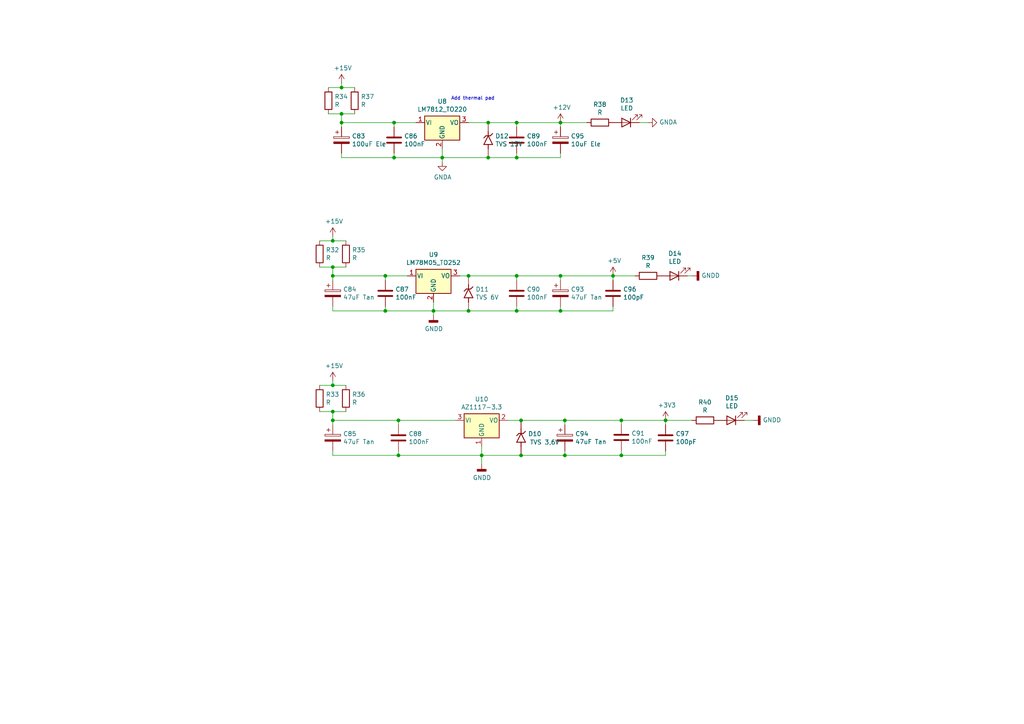
<source format=kicad_sch>
(kicad_sch (version 20211123) (generator eeschema)
  (paper "A4")
  (lib_symbols
    (symbol "Device:C" (pin_numbers hide) (pin_names (offset 0.254))
      (property "Reference" "C" (at 0.635 2.54 0))
      (property "Value" "C" (at 0.635 -2.54 0))
      (symbol "C_0_1"
        (polyline (pts (xy -2.032 -0.762) (xy 2.032 -0.762)) (stroke (width 0.508)))
        (polyline (pts (xy -2.032 0.762) (xy 2.032 0.762)) (stroke (width 0.508)))
      )
      (symbol "C_1_1"
        (pin passive line (at 0 3.81 270) (length 2.794) (name "~") (number "1"))
        (pin passive line (at 0 -3.81 90) (length 2.794) (name "~") (number "2"))
      )
    )
    (symbol "Device:CP" (pin_numbers hide) (pin_names (offset 0.254))
      (property "Reference" "C" (at 0.635 2.54 0))
      (property "Value" "Device_CP" (at 0.635 -2.54 0))
      (symbol "CP_0_1"
        (rectangle (start -2.286 0.508) (end 2.286 1.016))
        (polyline (pts (xy -1.778 2.286) (xy -0.762 2.286)))
        (polyline (pts (xy -1.27 2.794) (xy -1.27 1.778)))
        (rectangle (start 2.286 -0.508) (end -2.286 -1.016) (fill (type outline)))
      )
      (symbol "CP_1_1"
        (pin passive line (at 0 3.81 270) (length 2.794) (name "~") (number "1"))
        (pin passive line (at 0 -3.81 90) (length 2.794) (name "~") (number "2"))
      )
    )
    (symbol "Device:LED" (pin_numbers hide) (pin_names (offset 1.016) hide)
      (property "Reference" "D" (at 0 2.54 0))
      (property "Value" "LED" (at 0 -2.54 0))
      (symbol "LED_0_1"
        (polyline (pts (xy -1.27 -1.27) (xy -1.27 1.27)) (stroke (width 0.254)))
        (polyline (pts (xy -1.27 0) (xy 1.27 0)))
        (polyline (pts (xy 1.27 -1.27) (xy 1.27 1.27) (xy -1.27 0) (xy 1.27 -1.27)) (stroke (width 0.254)))
        (polyline (pts (xy -3.048 -0.762) (xy -4.572 -2.286) (xy -3.81 -2.286) (xy -4.572 -2.286) (xy -4.572 -1.524)))
        (polyline (pts (xy -1.778 -0.762) (xy -3.302 -2.286) (xy -2.54 -2.286) (xy -3.302 -2.286) (xy -3.302 -1.524)))
      )
      (symbol "LED_1_1"
        (pin passive line (at -3.81 0 0) (length 2.54) (name "K") (number "1"))
        (pin passive line (at 3.81 0 180) (length 2.54) (name "A") (number "2"))
      )
    )
    (symbol "Device:R" (pin_numbers hide) (pin_names (offset 0))
      (property "Reference" "R" (at 2.032 0 90))
      (property "Value" "R" (at 0 0 90))
      (symbol "R_0_1"
        (rectangle (start -1.016 -2.54) (end 1.016 2.54) (stroke (width 0.254)))
      )
      (symbol "R_1_1"
        (pin passive line (at 0 3.81 270) (length 1.27) (name "~") (number "1"))
        (pin passive line (at 0 -3.81 90) (length 1.27) (name "~") (number "2"))
      )
    )
    (symbol "Regulator_Linear:AZ1117-3.3" (pin_names (offset 0.254))
      (property "Reference" "U" (at -3.81 3.175 0))
      (property "Value" "AZ1117-3.3" (at 0 3.175 0))
      (symbol "AZ1117-3.3_0_1"
        (rectangle (start -5.08 1.905) (end 5.08 -5.08) (stroke (width 0.254)) (fill (type background)))
      )
      (symbol "AZ1117-3.3_1_1"
        (pin power_in line (at 0 -7.62 90) (length 2.54) (name "GND") (number "1"))
        (pin power_out line (at 7.62 0 180) (length 2.54) (name "VO") (number "2"))
        (pin power_in line (at -7.62 0 0) (length 2.54) (name "VI") (number "3"))
      )
    )
    (symbol "Regulator_Linear:LM7812_TO220" (pin_names (offset 0.254))
      (property "Reference" "U" (at -3.81 3.175 0))
      (property "Value" "LM7812_TO220" (at 0 3.175 0))
      (symbol "LM7812_TO220_0_1"
        (rectangle (start -5.08 1.905) (end 5.08 -5.08) (stroke (width 0.254)) (fill (type background)))
      )
      (symbol "LM7812_TO220_1_1"
        (pin power_in line (at -7.62 0 0) (length 2.54) (name "VI") (number "1"))
        (pin power_in line (at 0 -7.62 90) (length 2.54) (name "GND") (number "2"))
        (pin power_out line (at 7.62 0 180) (length 2.54) (name "VO") (number "3"))
      )
    )
    (symbol "Regulator_Linear:LM78M05_TO252" (pin_names (offset 0.254))
      (property "Reference" "U" (at -3.81 3.175 0))
      (property "Value" "LM78M05_TO252" (at 0 3.175 0))
      (symbol "LM78M05_TO252_0_1"
        (rectangle (start -5.08 1.905) (end 5.08 -5.08) (stroke (width 0.254)) (fill (type background)))
      )
      (symbol "LM78M05_TO252_1_1"
        (pin power_in line (at -7.62 0 0) (length 2.54) (name "VI") (number "1"))
        (pin power_in line (at 0 -7.62 90) (length 2.54) (name "GND") (number "2"))
        (pin power_out line (at 7.62 0 180) (length 2.54) (name "VO") (number "3"))
      )
    )
    (symbol "lib_amplituner:1SMB5914BT3G" (pin_numbers hide) (pin_names (offset 1.016) hide)
      (property "Reference" "D" (at -5.08 2.54 0))
      (property "Value" "lib_amplituner_1SMB5914BT3G" (at -5.08 -3.81 0))
      (symbol "1SMB5914BT3G_0_0"
        (polyline (pts (xy -2.54 0) (xy -1.27 0)) (stroke (width 0.254)))
        (polyline (pts (xy -1.27 -1.27) (xy 1.27 0)) (stroke (width 0.254)))
        (polyline (pts (xy -1.27 0) (xy -1.27 -1.27)) (stroke (width 0.254)))
        (polyline (pts (xy -1.27 1.27) (xy -1.27 0)) (stroke (width 0.254)))
        (polyline (pts (xy 0.635 1.27) (xy 1.27 0.635)) (stroke (width 0.254)))
        (polyline (pts (xy 1.27 -0.635) (xy 1.905 -1.27)) (stroke (width 0.254)))
        (polyline (pts (xy 1.27 0) (xy -1.27 1.27)) (stroke (width 0.254)))
        (polyline (pts (xy 1.27 0) (xy 1.27 -0.635)) (stroke (width 0.254)))
        (polyline (pts (xy 1.27 0.635) (xy 1.27 0)) (stroke (width 0.254)))
        (polyline (pts (xy 2.54 0) (xy 1.27 0)) (stroke (width 0.254)))
        (pin passive line (at -5.08 0 0) (length 2.54) (name "~") (number "A"))
        (pin passive line (at 5.08 0 180) (length 2.54) (name "~") (number "C"))
      )
    )
    (symbol "power:+12V" (power) (pin_names (offset 0))
      (property "Value" "+12V" (at 0 3.556 0))
      (symbol "+12V_0_1"
        (polyline (pts (xy -0.762 1.27) (xy 0 2.54)))
        (polyline (pts (xy 0 0) (xy 0 2.54)))
        (polyline (pts (xy 0 2.54) (xy 0.762 1.27)))
      )
      (symbol "+12V_1_1"
        (pin power_in line (at 0 0 90) (length 0) hide (name "+12V") (number "1"))
      )
    )
    (symbol "power:+15V" (power) (pin_names (offset 0))
      (property "Value" "+15V" (at 0 3.556 0))
      (symbol "+15V_0_1"
        (polyline (pts (xy -0.762 1.27) (xy 0 2.54)))
        (polyline (pts (xy 0 0) (xy 0 2.54)))
        (polyline (pts (xy 0 2.54) (xy 0.762 1.27)))
      )
      (symbol "+15V_1_1"
        (pin power_in line (at 0 0 90) (length 0) hide (name "+15V") (number "1"))
      )
    )
    (symbol "power:+3V3" (power) (pin_names (offset 0))
      (property "Value" "+3V3" (at 0 3.556 0))
      (symbol "+3V3_0_1"
        (polyline (pts (xy -0.762 1.27) (xy 0 2.54)))
        (polyline (pts (xy 0 0) (xy 0 2.54)))
        (polyline (pts (xy 0 2.54) (xy 0.762 1.27)))
      )
      (symbol "+3V3_1_1"
        (pin power_in line (at 0 0 90) (length 0) hide (name "+3V3") (number "1"))
      )
    )
    (symbol "power:+5V" (power) (pin_names (offset 0))
      (property "Value" "+5V" (at 0 3.556 0))
      (symbol "+5V_0_1"
        (polyline (pts (xy -0.762 1.27) (xy 0 2.54)))
        (polyline (pts (xy 0 0) (xy 0 2.54)))
        (polyline (pts (xy 0 2.54) (xy 0.762 1.27)))
      )
      (symbol "+5V_1_1"
        (pin power_in line (at 0 0 90) (length 0) hide (name "+5V") (number "1"))
      )
    )
    (symbol "power:GNDA" (power) (pin_names (offset 0))
      (property "Value" "GNDA" (at 0 -3.81 0))
      (symbol "GNDA_0_1"
        (polyline (pts (xy 0 0) (xy 0 -1.27) (xy 1.27 -1.27) (xy 0 -2.54) (xy -1.27 -1.27) (xy 0 -1.27)))
      )
      (symbol "GNDA_1_1"
        (pin power_in line (at 0 0 270) (length 0) hide (name "GNDA") (number "1"))
      )
    )
    (symbol "power:GNDD" (power) (pin_names (offset 0))
      (property "Value" "GNDD" (at 0 -3.175 0))
      (symbol "GNDD_0_1"
        (rectangle (start -1.27 -1.524) (end 1.27 -2.032) (stroke (width 0.254)) (fill (type outline)))
        (polyline (pts (xy 0 0) (xy 0 -1.524)))
      )
      (symbol "GNDD_1_1"
        (pin power_in line (at 0 0 270) (length 0) hide (name "GNDD") (number "1"))
      )
    )
  )
  (junction (at 99.06 25.4))
  (junction (at 180.213 121.92))
  (junction (at 149.86 90.17))
  (junction (at 177.8 80.01))
  (junction (at 149.86 35.56))
  (junction (at 114.3 35.56))
  (junction (at 151.13 132.08))
  (junction (at 149.86 45.72))
  (junction (at 96.52 121.92))
  (junction (at 96.52 80.01))
  (junction (at 115.57 121.92))
  (junction (at 114.3 45.72))
  (junction (at 141.605 35.56))
  (junction (at 163.83 132.08))
  (junction (at 115.57 132.08))
  (junction (at 135.89 90.17))
  (junction (at 151.13 121.92))
  (junction (at 180.213 132.08))
  (junction (at 139.7 132.08))
  (junction (at 96.52 111.76))
  (junction (at 99.06 33.02))
  (junction (at 128.27 45.72))
  (junction (at 163.83 121.92))
  (junction (at 149.86 80.01))
  (junction (at 125.73 90.17))
  (junction (at 162.56 90.17))
  (junction (at 99.06 35.56))
  (junction (at 96.52 69.85))
  (junction (at 135.89 80.01))
  (junction (at 96.52 119.38))
  (junction (at 141.605 45.72))
  (junction (at 162.56 35.56))
  (junction (at 96.52 77.47))
  (junction (at 111.76 80.01))
  (junction (at 111.76 90.17))
  (junction (at 162.56 80.01))
  (junction (at 193.04 121.92))
  (wire (pts (xy 177.8 88.9) (xy 177.8 90.17)))
  (wire (pts (xy 151.13 132.08) (xy 139.7 132.08)))
  (wire (pts (xy 96.52 121.92) (xy 115.57 121.92)))
  (wire (pts (xy 149.86 35.56) (xy 162.56 35.56)))
  (wire (pts (xy 96.52 69.85) (xy 96.52 68.58)))
  (wire (pts (xy 163.83 121.92) (xy 180.213 121.92)))
  (wire (pts (xy 99.06 35.56) (xy 114.3 35.56)))
  (wire (pts (xy 177.8 80.01) (xy 184.15 80.01)))
  (wire (pts (xy 149.86 44.45) (xy 149.86 45.72)))
  (wire (pts (xy 162.56 90.17) (xy 162.56 88.9)))
  (wire (pts (xy 96.52 80.01) (xy 96.52 81.28)))
  (wire (pts (xy 133.35 80.01) (xy 135.89 80.01)))
  (wire (pts (xy 162.56 36.83) (xy 162.56 35.56)))
  (wire (pts (xy 96.52 80.01) (xy 111.76 80.01)))
  (wire (pts (xy 115.57 130.81) (xy 115.57 132.08)))
  (wire (pts (xy 149.86 90.17) (xy 162.56 90.17)))
  (wire (pts (xy 180.213 121.92) (xy 180.213 123.063)))
  (wire (pts (xy 163.83 123.19) (xy 163.83 121.92)))
  (wire (pts (xy 96.52 69.85) (xy 100.33 69.85)))
  (wire (pts (xy 128.27 45.72) (xy 141.605 45.72)))
  (wire (pts (xy 149.86 80.01) (xy 162.56 80.01)))
  (wire (pts (xy 149.86 81.28) (xy 149.86 80.01)))
  (wire (pts (xy 99.06 25.4) (xy 99.06 24.13)))
  (wire (pts (xy 162.56 90.17) (xy 177.8 90.17)))
  (wire (pts (xy 163.83 132.08) (xy 180.213 132.08)))
  (wire (pts (xy 96.52 111.76) (xy 96.52 110.49)))
  (wire (pts (xy 115.57 121.92) (xy 132.08 121.92)))
  (wire (pts (xy 162.56 45.72) (xy 162.56 44.45)))
  (wire (pts (xy 147.32 121.92) (xy 151.13 121.92)))
  (wire (pts (xy 163.83 132.08) (xy 163.83 130.81)))
  (wire (pts (xy 149.86 90.17) (xy 149.86 88.9)))
  (wire (pts (xy 111.76 88.9) (xy 111.76 90.17)))
  (wire (pts (xy 180.213 130.683) (xy 180.213 132.08)))
  (wire (pts (xy 141.605 35.56) (xy 149.86 35.56)))
  (wire (pts (xy 96.52 121.92) (xy 96.52 123.19)))
  (wire (pts (xy 92.71 119.38) (xy 96.52 119.38)))
  (wire (pts (xy 135.89 80.01) (xy 149.86 80.01)))
  (wire (pts (xy 102.87 33.02) (xy 99.06 33.02)))
  (wire (pts (xy 151.13 132.08) (xy 163.83 132.08)))
  (wire (pts (xy 135.89 90.17) (xy 125.73 90.17)))
  (wire (pts (xy 95.25 25.4) (xy 99.06 25.4)))
  (wire (pts (xy 96.52 88.9) (xy 96.52 90.17)))
  (wire (pts (xy 139.7 132.08) (xy 139.7 129.54)))
  (wire (pts (xy 92.71 111.76) (xy 96.52 111.76)))
  (wire (pts (xy 162.56 80.01) (xy 177.8 80.01)))
  (wire (pts (xy 114.3 44.45) (xy 114.3 45.72)))
  (wire (pts (xy 96.52 77.47) (xy 96.52 80.01)))
  (wire (pts (xy 162.56 81.28) (xy 162.56 80.01)))
  (wire (pts (xy 199.39 80.01) (xy 200.66 80.01)))
  (wire (pts (xy 128.27 46.99) (xy 128.27 45.72)))
  (wire (pts (xy 114.3 45.72) (xy 128.27 45.72)))
  (wire (pts (xy 114.3 36.83) (xy 114.3 35.56)))
  (wire (pts (xy 111.76 81.28) (xy 111.76 80.01)))
  (wire (pts (xy 111.76 80.01) (xy 118.11 80.01)))
  (wire (pts (xy 185.42 35.56) (xy 187.96 35.56)))
  (wire (pts (xy 96.52 132.08) (xy 115.57 132.08)))
  (wire (pts (xy 151.13 121.92) (xy 163.83 121.92)))
  (wire (pts (xy 180.213 121.92) (xy 193.04 121.92)))
  (wire (pts (xy 125.73 90.17) (xy 125.73 87.63)))
  (wire (pts (xy 96.52 111.76) (xy 100.33 111.76)))
  (wire (pts (xy 149.86 35.56) (xy 149.86 36.83)))
  (wire (pts (xy 128.27 45.72) (xy 128.27 43.18)))
  (wire (pts (xy 125.73 91.44) (xy 125.73 90.17)))
  (wire (pts (xy 96.52 130.81) (xy 96.52 132.08)))
  (wire (pts (xy 193.04 121.92) (xy 200.66 121.92)))
  (wire (pts (xy 162.56 35.56) (xy 170.18 35.56)))
  (wire (pts (xy 96.52 119.38) (xy 96.52 121.92)))
  (wire (pts (xy 139.7 132.08) (xy 139.7 134.62)))
  (wire (pts (xy 99.06 35.56) (xy 99.06 36.83)))
  (wire (pts (xy 135.89 35.56) (xy 141.605 35.56)))
  (wire (pts (xy 100.33 77.47) (xy 96.52 77.47)))
  (wire (pts (xy 99.06 44.45) (xy 99.06 45.72)))
  (wire (pts (xy 149.86 45.72) (xy 162.56 45.72)))
  (wire (pts (xy 99.06 25.4) (xy 102.87 25.4)))
  (wire (pts (xy 115.57 132.08) (xy 139.7 132.08)))
  (wire (pts (xy 92.71 69.85) (xy 96.52 69.85)))
  (wire (pts (xy 114.3 35.56) (xy 120.65 35.56)))
  (wire (pts (xy 141.605 45.72) (xy 149.86 45.72)))
  (wire (pts (xy 177.8 80.01) (xy 177.8 81.28)))
  (wire (pts (xy 92.71 77.47) (xy 96.52 77.47)))
  (wire (pts (xy 115.57 121.92) (xy 115.57 123.19)))
  (wire (pts (xy 96.52 90.17) (xy 111.76 90.17)))
  (wire (pts (xy 111.76 90.17) (xy 125.73 90.17)))
  (wire (pts (xy 99.06 33.02) (xy 99.06 35.56)))
  (wire (pts (xy 99.06 45.72) (xy 114.3 45.72)))
  (wire (pts (xy 95.25 33.02) (xy 99.06 33.02)))
  (wire (pts (xy 215.9 121.92) (xy 218.44 121.92)))
  (wire (pts (xy 180.213 132.08) (xy 193.04 132.08)))
  (wire (pts (xy 100.33 119.38) (xy 96.52 119.38)))
  (wire (pts (xy 193.04 130.81) (xy 193.04 132.08)))
  (wire (pts (xy 193.04 121.92) (xy 193.04 123.19)))
  (wire (pts (xy 135.89 90.17) (xy 149.86 90.17)))
  (text "Add thermal pad" (at 130.81 29.21 0) (effects (font (size 0.9906 0.9906)) (justify left bottom)))
  (symbol (lib_id "lib_amplituner:1SMB5914BT3G") (at 135.89 85.09 90) (unit 1)
    (property "Reference" "D11" (at 137.922 83.9216 90) (effects (justify right)))
    (property "Value" "TVS 6V" (at 137.922 86.233 90) (effects (justify right)))
    (property "Footprint" "Diode_SMD:D_1206_3216Metric" (effects hide))
    (property "STANDARD" "IPC 7351B" (effects hide))
    (property "MANUFACTURER" "ON Semiconductor" (effects hide))
    (property "MAXIMUM_PACKAGE_HEIGHT" "2.47 mm" (effects hide))
    (property "PARTREV" "9" (effects hide))
  )
  (symbol (lib_id "lib_amplituner:1SMB5914BT3G") (at 151.13 127 90) (unit 1)
    (property "Reference" "D10" (at 153.162 125.8316 90) (effects (justify right)))
    (property "Value" "TVS 3,6V" (at 153.67 128.27 90) (effects (justify right)))
    (property "Footprint" "Diode_SMD:D_1206_3216Metric" (effects hide))
    (property "STANDARD" "IPC 7351B" (effects hide))
    (property "MANUFACTURER" "ON Semiconductor" (effects hide))
    (property "MAXIMUM_PACKAGE_HEIGHT" "2.47 mm" (effects hide))
    (property "PARTREV" "9" (effects hide))
  )
  (symbol (lib_id "lib_amplituner:1SMB5914BT3G") (at 141.605 40.64 90) (unit 1)
    (property "Reference" "D12" (at 143.637 39.4716 90) (effects (justify right)))
    (property "Value" "TVS 15V" (at 143.637 41.783 90) (effects (justify right)))
    (property "Footprint" "Diode_SMD:D_1206_3216Metric" (effects hide))
    (property "STANDARD" "IPC 7351B" (effects hide))
    (property "MANUFACTURER" "ON Semiconductor" (effects hide))
    (property "MAXIMUM_PACKAGE_HEIGHT" "2.47 mm" (effects hide))
    (property "PARTREV" "9" (effects hide))
  )
  (symbol (lib_id "Device:R") (at 92.71 115.57 0) (unit 1)
    (property "Reference" "R33" (at 94.488 114.4016 0) (effects (justify left)))
    (property "Value" "R" (at 94.488 116.713 0) (effects (justify left)))
    (property "Footprint" "Resistor_SMD:R_1206_3216Metric" (effects hide))
  )
  (symbol (lib_id "Device:R") (at 100.33 115.57 0) (unit 1)
    (property "Reference" "R36" (at 102.108 114.4016 0) (effects (justify left)))
    (property "Value" "R" (at 102.108 116.713 0) (effects (justify left)))
    (property "Footprint" "Resistor_SMD:R_1206_3216Metric" (effects hide))
  )
  (symbol (lib_id "Device:R") (at 92.71 73.66 0) (unit 1)
    (property "Reference" "R32" (at 94.488 72.4916 0) (effects (justify left)))
    (property "Value" "R" (at 94.488 74.803 0) (effects (justify left)))
    (property "Footprint" "Resistor_SMD:R_1206_3216Metric" (effects hide))
  )
  (symbol (lib_id "Device:R") (at 100.33 73.66 0) (unit 1)
    (property "Reference" "R35" (at 102.108 72.4916 0) (effects (justify left)))
    (property "Value" "R" (at 102.108 74.803 0) (effects (justify left)))
    (property "Footprint" "Resistor_SMD:R_1206_3216Metric" (effects hide))
  )
  (symbol (lib_id "Device:R") (at 95.25 29.21 0) (unit 1)
    (property "Reference" "R34" (at 97.028 28.0416 0) (effects (justify left)))
    (property "Value" "R" (at 97.028 30.353 0) (effects (justify left)))
    (property "Footprint" "Resistor_SMD:R_1206_3216Metric" (effects hide))
  )
  (symbol (lib_id "Device:R") (at 102.87 29.21 0) (unit 1)
    (property "Reference" "R37" (at 104.648 28.0416 0) (effects (justify left)))
    (property "Value" "R" (at 104.648 30.353 0) (effects (justify left)))
    (property "Footprint" "Resistor_SMD:R_1206_3216Metric" (effects hide))
  )
  (symbol (lib_id "Regulator_Linear:LM7812_TO220") (at 128.27 35.56 0) (unit 1)
    (property "Reference" "U8" (at 128.27 29.4132 0))
    (property "Value" "LM7812_TO220" (at 128.27 31.7246 0))
    (property "Footprint" "Package_TO_SOT_THT:TO-220-3_Vertical" (effects hide))
    (property "Datasheet" "https://www.onsemi.cn/PowerSolutions/document/MC7800-D.PDF" (effects hide))
  )
  (symbol (lib_id "Regulator_Linear:LM78M05_TO252") (at 125.73 80.01 0) (unit 1)
    (property "Reference" "U9" (at 125.73 73.8632 0))
    (property "Value" "LM78M05_TO252" (at 125.73 76.1746 0))
    (property "Footprint" "Package_TO_SOT_SMD:TO-252-2" (effects hide))
    (property "Datasheet" "https://www.onsemi.com/pub/Collateral/MC78M00-D.PDF" (effects hide))
  )
  (symbol (lib_id "Regulator_Linear:AZ1117-3.3") (at 139.7 121.92 0) (unit 1)
    (property "Reference" "U10" (at 139.7 115.7732 0))
    (property "Value" "AZ1117-3.3" (at 139.7 118.0846 0))
    (property "Footprint" "lib-amplituner:AZ1117-3.3" (effects hide))
    (property "Datasheet" "https://www.diodes.com/assets/Datasheets/AZ1117.pdf" (effects hide))
  )
  (symbol (lib_id "Device:C") (at 115.57 127 0) (unit 1)
    (property "Reference" "C88" (at 118.491 125.8316 0) (effects (justify left)))
    (property "Value" "100nF" (at 118.491 128.143 0) (effects (justify left)))
    (property "Footprint" "Capacitor_SMD:C_1206_3216Metric" (effects hide))
  )
  (symbol (lib_id "Device:C") (at 180.213 126.873 0) (unit 1)
    (property "Reference" "C91" (at 183.134 125.7046 0) (effects (justify left)))
    (property "Value" "100nF" (at 183.134 128.016 0) (effects (justify left)))
    (property "Footprint" "Capacitor_SMD:C_1206_3216Metric" (effects hide))
  )
  (symbol (lib_id "Device:C") (at 193.04 127 0) (unit 1)
    (property "Reference" "C97" (at 195.961 125.8316 0) (effects (justify left)))
    (property "Value" "100pF" (at 195.961 128.143 0) (effects (justify left)))
    (property "Footprint" "Capacitor_SMD:C_1206_3216Metric" (effects hide))
  )
  (symbol (lib_id "Device:CP") (at 163.83 127 0) (unit 1)
    (property "Reference" "C94" (at 166.8272 125.8316 0) (effects (justify left)))
    (property "Value" "47uF Tan" (at 166.8272 128.143 0) (effects (justify left)))
    (property "Footprint" "lib-amplituner:CAP_TANT_1206_SMD" (effects hide))
  )
  (symbol (lib_id "Device:CP") (at 96.52 127 0) (unit 1)
    (property "Reference" "C85" (at 99.5172 125.8316 0) (effects (justify left)))
    (property "Value" "47uF Tan" (at 99.5172 128.143 0) (effects (justify left)))
    (property "Footprint" "lib-amplituner:CAP_TANT_1206_SMD" (effects hide))
  )
  (symbol (lib_id "power:+3V3") (at 193.04 121.92 0) (unit 1)
    (property "Reference" "#PWR032" (effects hide))
    (property "Value" "+3V3" (at 193.421 117.5258 0))
  )
  (symbol (lib_id "power:GNDD") (at 139.7 134.62 0) (unit 1)
    (property "Reference" "#PWR029" (effects hide))
    (property "Value" "GNDD" (at 139.8016 138.557 0))
  )
  (symbol (lib_id "power:+15V") (at 96.52 110.49 0) (unit 1)
    (property "Reference" "#PWR026" (effects hide))
    (property "Value" "+15V" (at 96.901 106.0958 0))
  )
  (symbol (lib_id "Device:C") (at 111.76 85.09 0) (unit 1)
    (property "Reference" "C87" (at 114.681 83.9216 0) (effects (justify left)))
    (property "Value" "100nF" (at 114.681 86.233 0) (effects (justify left)))
    (property "Footprint" "Capacitor_SMD:C_1206_3216Metric" (effects hide))
  )
  (symbol (lib_id "Device:CP") (at 96.52 85.09 0) (unit 1)
    (property "Reference" "C84" (at 99.5172 83.9216 0) (effects (justify left)))
    (property "Value" "47uF Tan" (at 99.5172 86.233 0) (effects (justify left)))
    (property "Footprint" "lib-amplituner:CAP_TANT_1206_SMD" (effects hide))
  )
  (symbol (lib_id "power:+15V") (at 96.52 68.58 0) (unit 1)
    (property "Reference" "#PWR025" (effects hide))
    (property "Value" "+15V" (at 96.901 64.1858 0))
  )
  (symbol (lib_id "Device:C") (at 149.86 85.09 0) (unit 1)
    (property "Reference" "C90" (at 152.781 83.9216 0) (effects (justify left)))
    (property "Value" "100nF" (at 152.781 86.233 0) (effects (justify left)))
    (property "Footprint" "Capacitor_SMD:C_1206_3216Metric" (effects hide))
  )
  (symbol (lib_id "Device:C") (at 177.8 85.09 0) (unit 1)
    (property "Reference" "C96" (at 180.721 83.9216 0) (effects (justify left)))
    (property "Value" "100pF" (at 180.721 86.233 0) (effects (justify left)))
    (property "Footprint" "Capacitor_SMD:C_1206_3216Metric" (effects hide))
  )
  (symbol (lib_id "Device:CP") (at 162.56 85.09 0) (unit 1)
    (property "Reference" "C93" (at 165.5572 83.9216 0) (effects (justify left)))
    (property "Value" "47uF Tan" (at 165.5572 86.233 0) (effects (justify left)))
    (property "Footprint" "lib-amplituner:CAP_TANT_1206_SMD" (effects hide))
  )
  (symbol (lib_id "power:GNDD") (at 125.73 91.44 0) (unit 1)
    (property "Reference" "#PWR028" (effects hide))
    (property "Value" "GNDD" (at 125.8316 95.377 0))
  )
  (symbol (lib_id "power:+5V") (at 177.8 80.01 0) (unit 1)
    (property "Reference" "#PWR031" (effects hide))
    (property "Value" "+5V" (at 178.181 75.6158 0))
  )
  (symbol (lib_id "Device:C") (at 114.3 40.64 0) (unit 1)
    (property "Reference" "C86" (at 117.221 39.4716 0) (effects (justify left)))
    (property "Value" "100nF" (at 117.221 41.783 0) (effects (justify left)))
    (property "Footprint" "Capacitor_SMD:C_1206_3216Metric" (effects hide))
  )
  (symbol (lib_id "Device:CP") (at 99.06 40.64 0) (unit 1)
    (property "Reference" "C83" (at 102.0572 39.4716 0) (effects (justify left)))
    (property "Value" "100uF Ele" (at 102.0572 41.783 0) (effects (justify left)))
    (property "Footprint" "Capacitor_SMD:CP_Elec_4x3.9" (effects hide))
  )
  (symbol (lib_id "power:+15V") (at 99.06 24.13 0) (unit 1)
    (property "Reference" "#PWR024" (effects hide))
    (property "Value" "+15V" (at 99.441 19.7358 0))
  )
  (symbol (lib_id "Device:C") (at 149.86 40.64 0) (unit 1)
    (property "Reference" "C89" (at 152.781 39.4716 0) (effects (justify left)))
    (property "Value" "100nF" (at 152.781 41.783 0) (effects (justify left)))
    (property "Footprint" "Capacitor_SMD:C_1206_3216Metric" (effects hide))
  )
  (symbol (lib_id "power:GNDA") (at 128.27 46.99 0) (unit 1)
    (property "Reference" "#PWR027" (effects hide))
    (property "Value" "GNDA" (at 128.397 51.3842 0))
  )
  (symbol (lib_id "Device:CP") (at 162.56 40.64 0) (unit 1)
    (property "Reference" "C95" (at 165.5572 39.4716 0) (effects (justify left)))
    (property "Value" "10uF Ele" (at 165.5572 41.783 0) (effects (justify left)))
    (property "Footprint" "Capacitor_SMD:CP_Elec_4x3.9" (effects hide))
  )
  (symbol (lib_id "power:+12V") (at 162.56 35.56 0) (unit 1)
    (property "Reference" "#PWR034" (effects hide))
    (property "Value" "+12V" (at 162.941 31.1658 0))
  )
  (symbol (lib_id "Device:R") (at 173.99 35.56 270) (unit 1)
    (property "Reference" "R38" (at 173.99 30.3022 90))
    (property "Value" "R" (at 173.99 32.6136 90))
    (property "Footprint" "Resistor_SMD:R_1206_3216Metric" (effects hide))
  )
  (symbol (lib_id "Device:R") (at 187.96 80.01 270) (unit 1)
    (property "Reference" "R39" (at 187.96 74.7522 90))
    (property "Value" "R" (at 187.96 77.0636 90))
    (property "Footprint" "Resistor_SMD:R_1206_3216Metric" (effects hide))
  )
  (symbol (lib_id "Device:R") (at 204.47 121.92 270) (unit 1)
    (property "Reference" "R40" (at 204.47 116.6622 90))
    (property "Value" "R" (at 204.47 118.9736 90))
    (property "Footprint" "Resistor_SMD:R_1206_3216Metric" (effects hide))
  )
  (symbol (lib_id "Device:LED") (at 212.09 121.92 180) (unit 1)
    (property "Reference" "D15" (at 212.2678 115.443 0))
    (property "Value" "LED" (at 212.2678 117.7544 0))
    (property "Footprint" "LED_SMD:LED_1206_3216Metric" (effects hide))
  )
  (symbol (lib_id "Device:LED") (at 195.58 80.01 180) (unit 1)
    (property "Reference" "D14" (at 195.7578 73.533 0))
    (property "Value" "LED" (at 195.7578 75.8444 0))
    (property "Footprint" "LED_SMD:LED_1206_3216Metric" (effects hide))
  )
  (symbol (lib_id "Device:LED") (at 181.61 35.56 180) (unit 1)
    (property "Reference" "D13" (at 181.7878 29.083 0))
    (property "Value" "LED" (at 181.7878 31.3944 0))
    (property "Footprint" "LED_SMD:LED_1206_3216Metric" (effects hide))
  )
  (symbol (lib_id "power:GNDD") (at 200.66 80.01 90) (unit 1)
    (property "Reference" "#PWR036" (effects hide))
    (property "Value" "GNDD" (at 203.454 79.9084 90) (effects (justify right)))
  )
  (symbol (lib_id "power:GNDD") (at 218.44 121.92 90) (unit 1)
    (property "Reference" "#PWR037" (effects hide))
    (property "Value" "GNDD" (at 221.234 121.8184 90) (effects (justify right)))
  )
  (symbol (lib_id "power:GNDA") (at 187.96 35.56 90) (unit 1)
    (property "Reference" "#PWR035" (effects hide))
    (property "Value" "GNDA" (at 191.2112 35.433 90) (effects (justify right)))
  )
)
</source>
